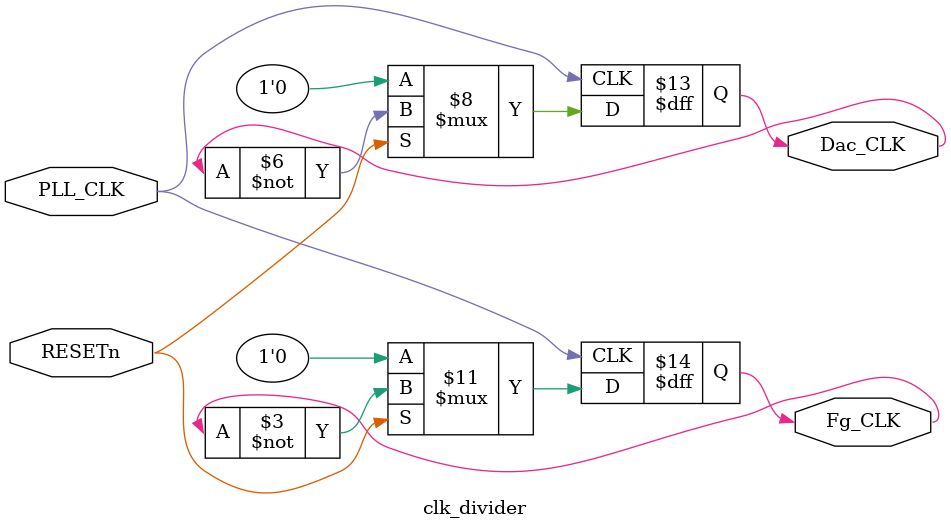
<source format=v>
module clk_divider(PLL_CLK,RESETn,Fg_CLK,Dac_CLK);
    input PLL_CLK;
    input RESETn; //active_low
    output reg Fg_CLK;
    output reg Dac_CLK;


always @(posedge PLL_CLK) begin
    if(~RESETn)
        Fg_CLK = 0;
    else
        Fg_CLK = ~Fg_CLK;
end

always @(negedge PLL_CLK) begin
    if(~RESETn)
        Dac_CLK = 0;
    else
        Dac_CLK = ~Dac_CLK;
end
endmodule
</source>
